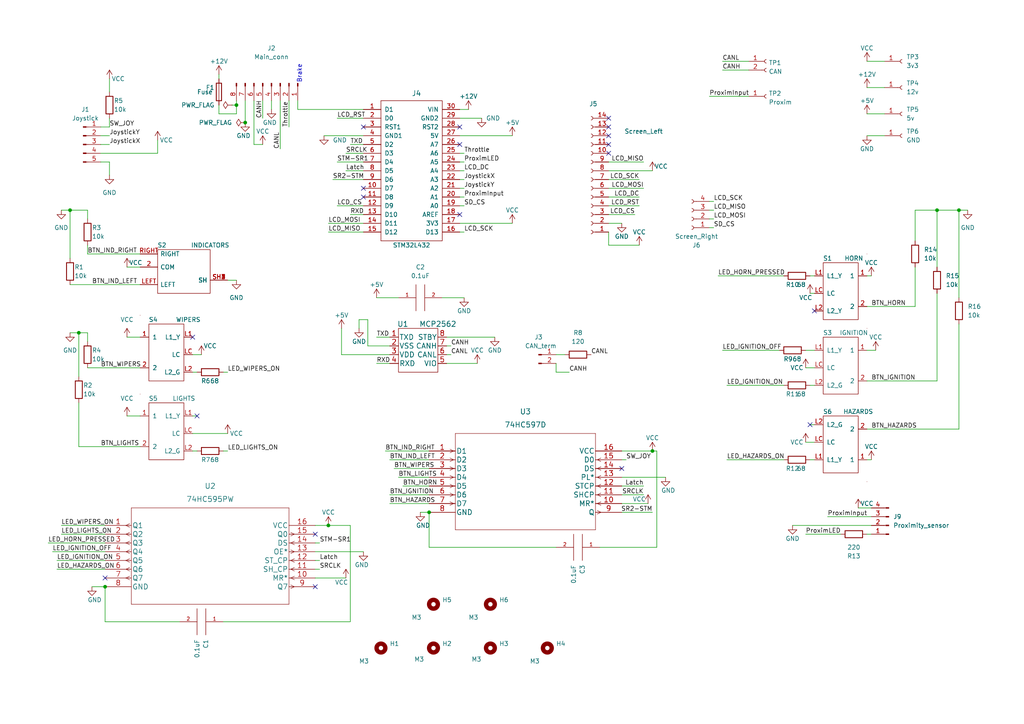
<source format=kicad_sch>
(kicad_sch (version 20211123) (generator eeschema)
  (paper "A4")
  (title_block (title "URBAN STEERING WHEEL") (rev "3") (company "UBC SUPERMILEAGE"))
  (lib_symbols
    (symbol "2020-11-28_19-28-36:MCP2562FD-H_P" (pin_names (offset 0.254))
      (property "Reference" "U" (at 30.48 10.16 0))
      (property "Value" "MCP2562FD-H_P" (at 30.48 7.62 0))
      (symbol "MCP2562FD-H_P_1_1"
        (pin input line (at 10.16 0 0) (length 2.54) (name "TXD") (number "1"))
        (pin power_in line (at 10.16 -2.54 0) (length 2.54) (name "VSS") (number "2"))
        (pin power_in line (at 10.16 -5.08 0) (length 2.54) (name "VDD") (number "3"))
        (pin output line (at 10.16 -7.62 0) (length 2.54) (name "RXD") (number "4"))
        (pin power_in line (at 26.67 -7.62 180) (length 2.54) (name "VIO") (number "5"))
        (pin bidirectional line (at 26.67 -5.08 180) (length 2.54) (name "CANL") (number "6"))
        (pin bidirectional line (at 26.67 -2.54 180) (length 2.54) (name "CANH") (number "7"))
        (pin input line (at 26.67 0 180) (length 2.54) (name "STBY") (number "8"))
      )
    )
    (symbol "2022-11-01_22-08-37:74HC595PW" (pin_names (offset 0.254))
      (property "Reference" "U2" (at 30.48 11.43 0))
      (property "Value" "74HC595PW" (at 30.48 7.62 0))
      (symbol "74HC595PW_1_1"
        (pin output line (at 0 0 0) (length 7.62) (name "Q1") (number "1"))
        (pin input line (at 60.96 -15.24 180) (length 7.62) (name "MR*") (number "10"))
        (pin input line (at 60.96 -12.7 180) (length 7.62) (name "SH_CP") (number "11"))
        (pin input line (at 60.96 -10.16 180) (length 7.62) (name "ST_CP") (number "12"))
        (pin passive line (at 60.96 -7.62 180) (length 7.62) (name "OE*") (number "13"))
        (pin input line (at 60.96 -5.08 180) (length 7.62) (name "DS") (number "14"))
        (pin output line (at 60.96 -2.54 180) (length 7.62) (name "Q0") (number "15"))
        (pin power_in line (at 60.96 0 180) (length 7.62) (name "VCC") (number "16"))
        (pin output line (at 0 -2.54 0) (length 7.62) (name "Q2") (number "2"))
        (pin output line (at 0 -5.08 0) (length 7.62) (name "Q3") (number "3"))
        (pin output line (at 0 -7.62 0) (length 7.62) (name "Q4") (number "4"))
        (pin output line (at 0 -10.16 0) (length 7.62) (name "Q5") (number "5"))
        (pin output line (at 0 -12.7 0) (length 7.62) (name "Q6") (number "6"))
        (pin output line (at 0 -15.24 0) (length 7.62) (name "Q7") (number "7"))
        (pin power_in line (at 0 -17.78 0) (length 7.62) (name "GND") (number "8"))
        (pin output line (at 60.96 -17.78 180) (length 7.62) (name "Q7") (number "9"))
      )
    )
    (symbol "2022-11-01_22-13-43:74HC597D" (pin_names (offset 0.254))
      (property "Reference" "U" (at 27.94 10.16 0))
      (property "Value" "74HC597D" (at 27.94 7.62 0))
      (symbol "74HC597D_1_1"
        (pin input line (at 0 0 0) (length 7.62) (name "D1") (number "1"))
        (pin input line (at 55.88 -15.24 180) (length 7.62) (name "MR*") (number "10"))
        (pin input line (at 55.88 -12.7 180) (length 7.62) (name "SHCP") (number "11"))
        (pin input line (at 55.88 -10.16 180) (length 7.62) (name "STCP") (number "12"))
        (pin input line (at 55.88 -7.62 180) (length 7.62) (name "PL*") (number "13"))
        (pin input line (at 55.88 -5.08 180) (length 7.62) (name "DS") (number "14"))
        (pin input line (at 55.88 -2.54 180) (length 7.62) (name "D0") (number "15"))
        (pin power_in line (at 55.88 0 180) (length 7.62) (name "VCC") (number "16"))
        (pin input line (at 0 -2.54 0) (length 7.62) (name "D2") (number "2"))
        (pin input line (at 0 -5.08 0) (length 7.62) (name "D3") (number "3"))
        (pin input line (at 0 -7.62 0) (length 7.62) (name "D4") (number "4"))
        (pin input line (at 0 -10.16 0) (length 7.62) (name "D5") (number "5"))
        (pin input line (at 0 -12.7 0) (length 7.62) (name "D6") (number "6"))
        (pin input line (at 0 -15.24 0) (length 7.62) (name "D7") (number "7"))
        (pin power_in line (at 0 -17.78 0) (length 7.62) (name "GND") (number "8"))
        (pin output line (at 55.88 -17.78 180) (length 7.62) (name "Q") (number "9"))
      )
    )
    (symbol "Connector:Conn_01x01_Female" (pin_names (offset 1.016) hide)
      (property "Reference" "J" (at 0 2.54 0))
      (property "Value" "Conn_01x01_Female" (at 0 -2.54 0))
      (symbol "Conn_01x01_Female_1_1"
        (pin passive line (at -5.08 0 0) (length 3.81) (name "Pin_1") (number "1"))
      )
    )
    (symbol "Connector:Conn_01x02_Female" (pin_names (offset 1.016) hide)
      (property "Reference" "J" (at 0 2.54 0))
      (property "Value" "Conn_01x02_Female" (at 0 -5.08 0))
      (symbol "Conn_01x02_Female_1_1"
        (pin passive line (at -5.08 0 0) (length 3.81) (name "Pin_1") (number "1"))
        (pin passive line (at -5.08 -2.54 0) (length 3.81) (name "Pin_2") (number "2"))
      )
    )
    (symbol "Connector:Conn_01x02_Male" (pin_names (offset 1.016) hide)
      (property "Reference" "J" (at 0 2.54 0))
      (property "Value" "Conn_01x02_Male" (at 0 -5.08 0))
      (symbol "Conn_01x02_Male_1_1"
        (pin passive line (at 5.08 0 180) (length 3.81) (name "Pin_1") (number "1"))
        (pin passive line (at 5.08 -2.54 180) (length 3.81) (name "Pin_2") (number "2"))
      )
    )
    (symbol "Connector:Conn_01x04_Female" (pin_names (offset 1.016) hide)
      (property "Reference" "J" (at 0 5.08 0))
      (property "Value" "Conn_01x04_Female" (at 0 -7.62 0))
      (symbol "Conn_01x04_Female_1_1"
        (pin passive line (at -5.08 2.54 0) (length 3.81) (name "Pin_1") (number "1"))
        (pin passive line (at -5.08 0 0) (length 3.81) (name "Pin_2") (number "2"))
        (pin passive line (at -5.08 -2.54 0) (length 3.81) (name "Pin_3") (number "3"))
        (pin passive line (at -5.08 -5.08 0) (length 3.81) (name "Pin_4") (number "4"))
      )
    )
    (symbol "Connector:Conn_01x04_Male" (pin_names (offset 1.016) hide)
      (property "Reference" "J" (at 0 5.08 0))
      (property "Value" "Conn_01x04_Male" (at 0 -7.62 0))
      (symbol "Conn_01x04_Male_1_1"
        (pin passive line (at 5.08 2.54 180) (length 3.81) (name "Pin_1") (number "1"))
        (pin passive line (at 5.08 0 180) (length 3.81) (name "Pin_2") (number "2"))
        (pin passive line (at 5.08 -2.54 180) (length 3.81) (name "Pin_3") (number "3"))
        (pin passive line (at 5.08 -5.08 180) (length 3.81) (name "Pin_4") (number "4"))
      )
    )
    (symbol "Connector:Conn_01x05_Male" (pin_names (offset 1.016) hide)
      (property "Reference" "J" (at 0 7.62 0))
      (property "Value" "Conn_01x05_Male" (at 0 -7.62 0))
      (symbol "Conn_01x05_Male_1_1"
        (pin passive line (at 5.08 5.08 180) (length 3.81) (name "Pin_1") (number "1"))
        (pin passive line (at 5.08 2.54 180) (length 3.81) (name "Pin_2") (number "2"))
        (pin passive line (at 5.08 0 180) (length 3.81) (name "Pin_3") (number "3"))
        (pin passive line (at 5.08 -2.54 180) (length 3.81) (name "Pin_4") (number "4"))
        (pin passive line (at 5.08 -5.08 180) (length 3.81) (name "Pin_5") (number "5"))
      )
    )
    (symbol "Connector:Conn_01x08_Male" (pin_names (offset 1.016) hide)
      (property "Reference" "J" (at 0 10.16 0))
      (property "Value" "Conn_01x08_Male" (at 0 -12.7 0))
      (symbol "Conn_01x08_Male_1_1"
        (pin passive line (at 5.08 7.62 180) (length 3.81) (name "Pin_1") (number "1"))
        (pin passive line (at 5.08 5.08 180) (length 3.81) (name "Pin_2") (number "2"))
        (pin passive line (at 5.08 2.54 180) (length 3.81) (name "Pin_3") (number "3"))
        (pin passive line (at 5.08 0 180) (length 3.81) (name "Pin_4") (number "4"))
        (pin passive line (at 5.08 -2.54 180) (length 3.81) (name "Pin_5") (number "5"))
        (pin passive line (at 5.08 -5.08 180) (length 3.81) (name "Pin_6") (number "6"))
        (pin passive line (at 5.08 -7.62 180) (length 3.81) (name "Pin_7") (number "7"))
        (pin passive line (at 5.08 -10.16 180) (length 3.81) (name "Pin_8") (number "8"))
      )
    )
    (symbol "Connector:Conn_01x14_Female" (pin_names (offset 1.016) hide)
      (property "Reference" "J" (at 0 17.78 0))
      (property "Value" "Conn_01x14_Female" (at 0 -20.32 0))
      (symbol "Conn_01x14_Female_1_1"
        (pin passive line (at -5.08 15.24 0) (length 3.81) (name "Pin_1") (number "1"))
        (pin passive line (at -5.08 -7.62 0) (length 3.81) (name "Pin_10") (number "10"))
        (pin passive line (at -5.08 -10.16 0) (length 3.81) (name "Pin_11") (number "11"))
        (pin passive line (at -5.08 -12.7 0) (length 3.81) (name "Pin_12") (number "12"))
        (pin passive line (at -5.08 -15.24 0) (length 3.81) (name "Pin_13") (number "13"))
        (pin passive line (at -5.08 -17.78 0) (length 3.81) (name "Pin_14") (number "14"))
        (pin passive line (at -5.08 12.7 0) (length 3.81) (name "Pin_2") (number "2"))
        (pin passive line (at -5.08 10.16 0) (length 3.81) (name "Pin_3") (number "3"))
        (pin passive line (at -5.08 7.62 0) (length 3.81) (name "Pin_4") (number "4"))
        (pin passive line (at -5.08 5.08 0) (length 3.81) (name "Pin_5") (number "5"))
        (pin passive line (at -5.08 2.54 0) (length 3.81) (name "Pin_6") (number "6"))
        (pin passive line (at -5.08 0 0) (length 3.81) (name "Pin_7") (number "7"))
        (pin passive line (at -5.08 -2.54 0) (length 3.81) (name "Pin_8") (number "8"))
        (pin passive line (at -5.08 -5.08 0) (length 3.81) (name "Pin_9") (number "9"))
      )
    )
    (symbol "Device:Fuse" (pin_numbers hide) (pin_names (offset 0))
      (property "Reference" "F" (at 2.032 0 90))
      (property "Value" "Fuse" (at -1.905 0 90))
      (symbol "Fuse_1_1"
        (pin passive line (at 0 3.81 270) (length 1.27) (name "~") (number "1"))
        (pin passive line (at 0 -3.81 90) (length 1.27) (name "~") (number "2"))
      )
    )
    (symbol "Device:R" (pin_numbers hide) (pin_names (offset 0))
      (property "Reference" "R" (at 2.032 0 90))
      (property "Value" "R" (at 0 0 90))
      (symbol "R_1_1"
        (pin passive line (at 0 3.81 270) (length 1.27) (name "~") (number "1"))
        (pin passive line (at 0 -3.81 90) (length 1.27) (name "~") (number "2"))
      )
    )
    (symbol "LP11EE1NCSYG:LP11EE1NCSYG" (pin_names (offset 1.016))
      (property "Reference" "S" (at 0 -8.89 0))
      (property "Value" "LP11EE1NCSYG" (at 0 10.16 0))
      (symbol "LP11EE1NCSYG_1_1"
        (pin input line (at -7.62 5.08 0) (length 2.54) (name "1") (number "1"))
        (pin input line (at -7.62 -3.81 0) (length 2.54) (name "2") (number "2"))
        (pin input line (at 7.62 5.08 180) (length 2.54) (name "L1_Y") (number "L1"))
        (pin input line (at 7.62 -5.08 180) (length 2.54) (name "L2_G") (number "L2"))
        (pin input line (at 7.62 0 180) (length 2.54) (name "LC") (number "LC"))
      )
    )
    (symbol "LP11EE1NCSYG:LP11OA1TCSYY" (pin_names (offset 1.016))
      (property "Reference" "S" (at 0 -8.89 0))
      (property "Value" "LP11OA1TCSYY" (at 0 10.16 0))
      (symbol "LP11OA1TCSYY_1_1"
        (pin input line (at -7.62 5.08 0) (length 2.54) (name "1") (number "1"))
        (pin input line (at -7.62 -3.81 0) (length 2.54) (name "2") (number "2"))
        (pin input line (at 7.62 5.08 180) (length 2.54) (name "L1_Y") (number "L1"))
        (pin input line (at 7.62 -5.08 180) (length 2.54) (name "L2_Y") (number "L2"))
        (pin input line (at 7.62 0 180) (length 2.54) (name "LC") (number "LC"))
      )
    )
    (symbol "M2013TXG13-DA:M2013TXG13-DA" (pin_names (offset 0.762))
      (property "Reference" "S" (at 5.08 10.16 0))
      (property "Value" "M2013TXG13-DA" (at 5.08 7.62 0))
      (symbol "M2013TXG13-DA_0_0"
        (pin passive line (at 0 -3.81 0) (length 5.08) (name "COM") (number "2"))
        (pin passive line (at 0 1.27 0) (length 5.08) (name "LEFT") (number "LEFT"))
        (pin passive line (at 0 -7.62 0) (length 5.08) (name "RIGHT") (number "RIGHT"))
        (pin passive line (at 25.4 0 180) (length 5.08) (name "SH") (number "SH1"))
        (pin passive line (at 25.4 0 180) (length 5.08) (name "SH") (number "SH2"))
        (pin passive line (at 25.4 0 180) (length 5.08) (name "SH") (number "SH3"))
        (pin passive line (at 25.4 0 180) (length 5.08) (name "SH") (number "SH4"))
      )
    )
    (symbol "Mechanical:MountingHole" (pin_names (offset 1.016))
      (property "Reference" "H" (at 0 5.08 0))
      (property "Value" "MountingHole" (at 0 3.175 0))
    )
    (symbol "power:+12V" (power) (pin_names (offset 0))
      (property "Value" "+12V" (at 0 3.556 0))
      (symbol "+12V_1_1"
        (pin power_in line (at 0 0 90) (length 0) hide (name "+12V") (number "1"))
      )
    )
    (symbol "power:+5V" (power) (pin_names (offset 0))
      (property "Value" "+5V" (at 0 3.556 0))
      (symbol "+5V_1_1"
        (pin power_in line (at 0 0 90) (length 0) hide (name "+5V") (number "1"))
      )
    )
    (symbol "power:GND" (power) (pin_names (offset 0))
      (property "Value" "GND" (at 0 -3.81 0))
      (symbol "GND_1_1"
        (pin power_in line (at 0 0 270) (length 0) hide (name "GND") (number "1"))
      )
    )
    (symbol "power:PWR_FLAG" (power) (pin_numbers hide) (pin_names (offset 0) hide)
      (property "Value" "PWR_FLAG" (at 0 3.81 0))
      (symbol "PWR_FLAG_0_0"
        (pin power_out line (at 0 0 90) (length 0) (name "pwr") (number "1"))
      )
    )
    (symbol "power:VCC" (power) (pin_names (offset 0))
      (property "Value" "VCC" (at 0 3.81 0))
      (symbol "VCC_1_1"
        (pin power_in line (at 0 0 90) (length 0) hide (name "VCC") (number "1"))
      )
    )
    (symbol "pspice:C" (pin_names (offset 0.254))
      (property "Reference" "C" (at 2.54 3.81 90))
      (property "Value" "C" (at 2.54 -3.81 90))
      (symbol "C_1_1"
        (pin passive line (at 0 6.35 270) (length 5.08) (name "~") (number "1"))
        (pin passive line (at 0 -6.35 90) (length 5.08) (name "~") (number "2"))
      )
    )
    (symbol "schematic-eagle-import:STM32L432" (pin_names (offset 1.016))
      (symbol "STM32L432_1_0"
        (pin bidirectional line (at -15.24 10.16 0) (length 5.08) (name "D1") (number "1"))
        (pin bidirectional line (at -15.24 -12.7 0) (length 5.08) (name "D7") (number "10"))
        (pin bidirectional line (at -15.24 -15.24 0) (length 5.08) (name "D8") (number "11"))
        (pin bidirectional line (at -15.24 -17.78 0) (length 5.08) (name "D9") (number "12"))
        (pin bidirectional line (at -15.24 -20.32 0) (length 5.08) (name "D10") (number "13"))
        (pin bidirectional line (at -15.24 -22.86 0) (length 5.08) (name "D11") (number "14"))
        (pin bidirectional line (at -15.24 -25.4 0) (length 5.08) (name "D12") (number "15"))
        (pin bidirectional line (at 12.7 -25.4 180) (length 5.08) (name "D13") (number "16"))
        (pin power_out line (at 12.7 -22.86 180) (length 5.08) (name "3V3") (number "17"))
        (pin bidirectional line (at 12.7 -20.32 180) (length 5.08) (name "AREF") (number "18"))
        (pin bidirectional line (at 12.7 -17.78 180) (length 5.08) (name "A0") (number "19"))
        (pin bidirectional line (at -15.24 7.62 0) (length 5.08) (name "D0") (number "2"))
        (pin bidirectional line (at 12.7 -15.24 180) (length 5.08) (name "A1") (number "20"))
        (pin bidirectional line (at 12.7 -12.7 180) (length 5.08) (name "A2") (number "21"))
        (pin bidirectional line (at 12.7 -10.16 180) (length 5.08) (name "A3") (number "22"))
        (pin bidirectional line (at 12.7 -7.62 180) (length 5.08) (name "A4") (number "23"))
        (pin bidirectional line (at 12.7 -5.08 180) (length 5.08) (name "A5") (number "24"))
        (pin bidirectional line (at 12.7 -2.54 180) (length 5.08) (name "A6") (number "25"))
        (pin bidirectional line (at 12.7 0 180) (length 5.08) (name "A7") (number "26"))
        (pin power_out line (at 12.7 2.54 180) (length 5.08) (name "5V") (number "27"))
        (pin bidirectional line (at 12.7 5.08 180) (length 5.08) (name "RST2") (number "28"))
        (pin power_in line (at 12.7 7.62 180) (length 5.08) (name "GND2") (number "29"))
        (pin bidirectional line (at -15.24 5.08 0) (length 5.08) (name "RST1") (number "3"))
        (pin power_in line (at 12.7 10.16 180) (length 5.08) (name "VIN") (number "30"))
        (pin power_in line (at -15.24 2.54 0) (length 5.08) (name "GND1") (number "4"))
        (pin bidirectional line (at -15.24 0 0) (length 5.08) (name "D2") (number "5"))
        (pin bidirectional line (at -15.24 -2.54 0) (length 5.08) (name "D3") (number "6"))
        (pin bidirectional line (at -15.24 -5.08 0) (length 5.08) (name "D4") (number "7"))
        (pin bidirectional line (at -15.24 -7.62 0) (length 5.08) (name "D5") (number "8"))
        (pin bidirectional line (at -15.24 -10.16 0) (length 5.08) (name "D6") (number "9"))
      )
    )
  )
  (junction (at 68.58 30.48))
  (junction (at 95.25 152.4))
  (junction (at 271.78 60.96))
  (junction (at 20.32 60.96))
  (junction (at 30.48 170.18))
  (junction (at 71.12 35.56))
  (junction (at 189.23 130.81))
  (junction (at 278.13 60.96))
  (junction (at 22.86 96.52))
  (junction (at 124.46 148.59))
  (no_connect (at 55.88 97.79))
  (no_connect (at 91.44 170.18))
  (no_connect (at 57.15 120.65))
  (no_connect (at 105.41 57.15))
  (no_connect (at 234.95 123.19))
  (no_connect (at 236.22 90.17))
  (no_connect (at 133.35 36.83))
  (no_connect (at 133.35 41.91))
  (no_connect (at 105.41 36.83))
  (no_connect (at 180.34 135.89))
  (no_connect (at 105.41 54.61))
  (no_connect (at 176.53 39.37))
  (no_connect (at 176.53 41.91))
  (no_connect (at 176.53 34.29))
  (no_connect (at 176.53 36.83))
  (no_connect (at 176.53 44.45))
  (no_connect (at 30.48 167.64))
  (no_connect (at 91.44 154.94))
  (no_connect (at 133.35 62.23))
  (wire (pts (xy 189.23 49.53) (xy 176.53 49.53)))
  (wire (pts (xy 278.13 60.96) (xy 278.13 86.36)))
  (wire (pts (xy 128.27 86.36) (xy 134.62 86.36)))
  (wire (pts (xy 101.6 41.91) (xy 105.41 41.91)))
  (wire (pts (xy 251.46 88.9) (xy 265.43 88.9)))
  (wire (pts (xy 25.4 60.96) (xy 25.4 63.5)))
  (wire (pts (xy 86.36 31.75) (xy 105.41 31.75)))
  (wire (pts (xy 86.36 31.75) (xy 86.36 29.21)))
  (wire (pts (xy 234.95 123.19) (xy 236.22 123.19)))
  (wire (pts (xy 25.4 71.12) (xy 25.4 73.66)))
  (wire (pts (xy 71.12 35.56) (xy 71.12 29.21)))
  (wire (pts (xy 265.43 60.96) (xy 271.78 60.96)))
  (wire (pts (xy 209.55 20.32) (xy 217.17 20.32)))
  (wire (pts (xy 176.53 64.77) (xy 180.34 64.77)))
  (wire (pts (xy 91.44 152.4) (xy 95.25 152.4)))
  (wire (pts (xy 265.43 60.96) (xy 265.43 69.85)))
  (wire (pts (xy 234.95 133.35) (xy 236.22 133.35)))
  (wire (pts (xy 124.46 158.75) (xy 124.46 148.59)))
  (wire (pts (xy 121.92 148.59) (xy 124.46 148.59)))
  (wire (pts (xy 93.98 39.37) (xy 105.41 39.37)))
  (wire (pts (xy 31.75 22.86) (xy 31.75 26.67)))
  (wire (pts (xy 55.88 125.73) (xy 66.04 125.73)))
  (wire (pts (xy 55.88 120.65) (xy 57.15 120.65)))
  (wire (pts (xy 73.66 41.91) (xy 76.2 41.91)))
  (wire (pts (xy 229.87 152.4) (xy 252.73 152.4)))
  (wire (pts (xy 17.78 60.96) (xy 20.32 60.96)))
  (wire (pts (xy 251.46 101.6) (xy 254 101.6)))
  (wire (pts (xy 81.28 43.18) (xy 81.28 29.21)))
  (wire (pts (xy 113.03 102.87) (xy 99.06 102.87)))
  (wire (pts (xy 31.75 34.29) (xy 31.75 36.83)))
  (wire (pts (xy 95.25 64.77) (xy 105.41 64.77)))
  (wire (pts (xy 116.84 140.97) (xy 124.46 140.97)))
  (wire (pts (xy 129.54 100.33) (xy 130.81 100.33)))
  (wire (pts (xy 29.21 36.83) (xy 31.75 36.83)))
  (wire (pts (xy 97.79 59.69) (xy 105.41 59.69)))
  (wire (pts (xy 113.03 100.33) (xy 106.68 100.33)))
  (wire (pts (xy 115.57 138.43) (xy 124.46 138.43)))
  (wire (pts (xy 63.5 30.48) (xy 63.5 33.02)))
  (wire (pts (xy 252.73 80.01) (xy 251.46 80.01)))
  (wire (pts (xy 30.48 180.34) (xy 30.48 170.18)))
  (wire (pts (xy 234.95 111.76) (xy 236.22 111.76)))
  (wire (pts (xy 265.43 77.47) (xy 265.43 88.9)))
  (wire (pts (xy 100.33 49.53) (xy 105.41 49.53)))
  (wire (pts (xy 113.03 146.05) (xy 124.46 146.05)))
  (wire (pts (xy 78.74 29.21) (xy 78.74 31.75)))
  (wire (pts (xy 20.32 96.52) (xy 22.86 96.52)))
  (wire (pts (xy 278.13 93.98) (xy 278.13 124.46)))
  (wire (pts (xy 29.21 44.45) (xy 45.72 44.45)))
  (wire (pts (xy 45.72 44.45) (xy 45.72 40.64)))
  (wire (pts (xy 83.82 29.21) (xy 83.82 36.83)))
  (wire (pts (xy 101.6 152.4) (xy 101.6 180.34)))
  (wire (pts (xy 22.86 96.52) (xy 22.86 109.22)))
  (wire (pts (xy 129.54 97.79) (xy 143.51 97.79)))
  (wire (pts (xy 184.15 62.23) (xy 176.53 62.23)))
  (wire (pts (xy 133.35 49.53) (xy 134.62 49.53)))
  (wire (pts (xy 64.77 130.81) (xy 66.04 130.81)))
  (wire (pts (xy 180.34 146.05) (xy 187.96 146.05)))
  (wire (pts (xy 251.46 133.35) (xy 252.73 133.35)))
  (wire (pts (xy 113.03 133.35) (xy 124.46 133.35)))
  (wire (pts (xy 20.32 82.55) (xy 40.64 82.55)))
  (wire (pts (xy 133.35 44.45) (xy 134.62 44.45)))
  (wire (pts (xy 186.69 46.99) (xy 176.53 46.99)))
  (wire (pts (xy 189.23 148.59) (xy 180.34 148.59)))
  (wire (pts (xy 25.4 106.68) (xy 40.64 106.68)))
  (wire (pts (xy 133.35 39.37) (xy 148.59 39.37)))
  (wire (pts (xy 100.33 44.45) (xy 105.41 44.45)))
  (wire (pts (xy 133.35 67.31) (xy 134.62 67.31)))
  (wire (pts (xy 96.52 52.07) (xy 105.41 52.07)))
  (wire (pts (xy 133.35 46.99) (xy 134.62 46.99)))
  (wire (pts (xy 66.04 81.28) (xy 68.58 81.28)))
  (wire (pts (xy 248.92 147.32) (xy 252.73 147.32)))
  (wire (pts (xy 97.79 46.99) (xy 105.41 46.99)))
  (wire (pts (xy 180.34 130.81) (xy 189.23 130.81)))
  (wire (pts (xy 185.42 52.07) (xy 176.53 52.07)))
  (wire (pts (xy 233.68 154.94) (xy 243.84 154.94)))
  (wire (pts (xy 91.44 162.56) (xy 92.71 162.56)))
  (wire (pts (xy 129.54 105.41) (xy 138.43 105.41)))
  (wire (pts (xy 99.06 95.25) (xy 99.06 102.87)))
  (wire (pts (xy 76.2 29.21) (xy 76.2 34.29)))
  (wire (pts (xy 236.22 128.27) (xy 233.68 128.27)))
  (wire (pts (xy 68.58 29.21) (xy 68.58 30.48)))
  (wire (pts (xy 55.88 102.87) (xy 58.42 102.87)))
  (wire (pts (xy 109.22 86.36) (xy 115.57 86.36)))
  (wire (pts (xy 20.32 60.96) (xy 20.32 74.93)))
  (wire (pts (xy 25.4 73.66) (xy 40.64 73.66)))
  (wire (pts (xy 25.4 96.52) (xy 25.4 99.06)))
  (wire (pts (xy 17.78 152.4) (xy 30.48 152.4)))
  (wire (pts (xy 36.83 120.65) (xy 40.64 120.65)))
  (wire (pts (xy 161.29 105.41) (xy 161.29 107.95)))
  (wire (pts (xy 133.35 34.29) (xy 139.7 34.29)))
  (wire (pts (xy 205.74 63.5) (xy 207.01 63.5)))
  (wire (pts (xy 22.86 129.54) (xy 22.86 116.84)))
  (wire (pts (xy 22.86 129.54) (xy 40.64 129.54)))
  (wire (pts (xy 29.21 39.37) (xy 31.75 39.37)))
  (wire (pts (xy 109.22 105.41) (xy 113.03 105.41)))
  (wire (pts (xy 176.53 67.31) (xy 176.53 71.12)))
  (wire (pts (xy 15.24 160.02) (xy 30.48 160.02)))
  (wire (pts (xy 97.79 34.29) (xy 105.41 34.29)))
  (wire (pts (xy 210.82 133.35) (xy 227.33 133.35)))
  (wire (pts (xy 13.97 157.48) (xy 30.48 157.48)))
  (wire (pts (xy 161.29 158.75) (xy 124.46 158.75)))
  (wire (pts (xy 133.35 54.61) (xy 134.62 54.61)))
  (wire (pts (xy 205.74 27.94) (xy 217.17 27.94)))
  (wire (pts (xy 256.54 25.4) (xy 251.46 25.4)))
  (wire (pts (xy 240.03 149.86) (xy 252.73 149.86)))
  (wire (pts (xy 133.35 59.69) (xy 134.62 59.69)))
  (wire (pts (xy 186.69 143.51) (xy 180.34 143.51)))
  (wire (pts (xy 234.95 85.09) (xy 236.22 85.09)))
  (wire (pts (xy 186.69 140.97) (xy 180.34 140.97)))
  (wire (pts (xy 55.88 130.81) (xy 57.15 130.81)))
  (wire (pts (xy 64.77 180.34) (xy 101.6 180.34)))
  (wire (pts (xy 233.68 101.6) (xy 236.22 101.6)))
  (wire (pts (xy 133.35 31.75) (xy 135.89 31.75)))
  (wire (pts (xy 73.66 29.21) (xy 73.66 41.91)))
  (wire (pts (xy 36.83 77.47) (xy 40.64 77.47)))
  (wire (pts (xy 251.46 33.02) (xy 256.54 33.02)))
  (wire (pts (xy 271.78 60.96) (xy 278.13 60.96)))
  (wire (pts (xy 101.6 62.23) (xy 105.41 62.23)))
  (wire (pts (xy 185.42 59.69) (xy 176.53 59.69)))
  (wire (pts (xy 29.21 41.91) (xy 31.75 41.91)))
  (wire (pts (xy 234.95 80.01) (xy 236.22 80.01)))
  (wire (pts (xy 91.44 167.64) (xy 100.33 167.64)))
  (wire (pts (xy 271.78 60.96) (xy 271.78 77.47)))
  (wire (pts (xy 180.34 133.35) (xy 181.61 133.35)))
  (wire (pts (xy 68.58 30.48) (xy 68.58 33.02)))
  (wire (pts (xy 106.68 100.33) (xy 106.68 92.71)))
  (wire (pts (xy 251.46 154.94) (xy 252.73 154.94)))
  (wire (pts (xy 209.55 17.78) (xy 217.17 17.78)))
  (wire (pts (xy 205.74 58.42) (xy 207.01 58.42)))
  (wire (pts (xy 176.53 71.12) (xy 185.42 71.12)))
  (wire (pts (xy 26.67 170.18) (xy 30.48 170.18)))
  (wire (pts (xy 22.86 96.52) (xy 25.4 96.52)))
  (wire (pts (xy 251.46 39.37) (xy 256.54 39.37)))
  (wire (pts (xy 180.34 138.43) (xy 193.04 138.43)))
  (wire (pts (xy 129.54 102.87) (xy 130.81 102.87)))
  (wire (pts (xy 190.5 130.81) (xy 190.5 158.75)))
  (wire (pts (xy 95.25 152.4) (xy 101.6 152.4)))
  (wire (pts (xy 113.03 143.51) (xy 124.46 143.51)))
  (wire (pts (xy 36.83 97.79) (xy 40.64 97.79)))
  (wire (pts (xy 161.29 102.87) (xy 163.83 102.87)))
  (wire (pts (xy 236.22 106.68) (xy 233.68 106.68)))
  (wire (pts (xy 190.5 130.81) (xy 189.23 130.81)))
  (wire (pts (xy 64.77 107.95) (xy 66.04 107.95)))
  (wire (pts (xy 205.74 66.04) (xy 207.01 66.04)))
  (wire (pts (xy 30.48 165.1) (xy 16.51 165.1)))
  (wire (pts (xy 63.5 21.59) (xy 63.5 22.86)))
  (wire (pts (xy 133.35 57.15) (xy 134.62 57.15)))
  (wire (pts (xy 52.07 180.34) (xy 30.48 180.34)))
  (wire (pts (xy 205.74 60.96) (xy 207.01 60.96)))
  (wire (pts (xy 91.44 160.02) (xy 105.41 160.02)))
  (wire (pts (xy 208.28 80.01) (xy 227.33 80.01)))
  (wire (pts (xy 251.46 110.49) (xy 271.78 110.49)))
  (wire (pts (xy 173.99 158.75) (xy 190.5 158.75)))
  (wire (pts (xy 210.82 111.76) (xy 227.33 111.76)))
  (wire (pts (xy 31.75 50.8) (xy 31.75 46.99)))
  (wire (pts (xy 251.46 124.46) (xy 278.13 124.46)))
  (wire (pts (xy 106.68 92.71) (xy 104.14 92.71)))
  (wire (pts (xy 67.31 30.48) (xy 68.58 30.48)))
  (wire (pts (xy 176.53 57.15) (xy 185.42 57.15)))
  (wire (pts (xy 20.32 60.96) (xy 25.4 60.96)))
  (wire (pts (xy 133.35 52.07) (xy 134.62 52.07)))
  (wire (pts (xy 161.29 107.95) (xy 165.1 107.95)))
  (wire (pts (xy 133.35 64.77) (xy 148.59 64.77)))
  (wire (pts (xy 271.78 85.09) (xy 271.78 110.49)))
  (wire (pts (xy 91.44 157.48) (xy 92.71 157.48)))
  (wire (pts (xy 111.76 130.81) (xy 124.46 130.81)))
  (wire (pts (xy 29.21 46.99) (xy 31.75 46.99)))
  (wire (pts (xy 95.25 67.31) (xy 105.41 67.31)))
  (wire (pts (xy 68.58 33.02) (xy 63.5 33.02)))
  (wire (pts (xy 209.55 101.6) (xy 226.06 101.6)))
  (wire (pts (xy 104.14 92.71) (xy 104.14 95.25)))
  (wire (pts (xy 186.69 54.61) (xy 176.53 54.61)))
  (wire (pts (xy 256.54 17.78) (xy 251.46 17.78)))
  (wire (pts (xy 55.88 107.95) (xy 57.15 107.95)))
  (wire (pts (xy 91.44 165.1) (xy 92.71 165.1)))
  (wire (pts (xy 109.22 97.79) (xy 113.03 97.79)))
  (wire (pts (xy 278.13 60.96) (xy 280.67 60.96)))
  (wire (pts (xy 114.3 135.89) (xy 124.46 135.89)))
  (wire (pts (xy 30.48 162.56) (xy 16.51 162.56)))
  (wire (pts (xy 30.48 154.94) (xy 17.78 154.94)))
  (text "Brake" (at 87.63 24.13 90) (effects (font (size 1.27 1.27)) (justify left bottom)))
  (label "JoystickY" (at 134.62 54.61 0))
  (label "LCD_CS" (at 184.15 62.23 180))
  (label "Latch" (at 186.69 140.97 180))
  (label "LCD_CS" (at 97.79 59.69 0))
  (label "LCD_DC" (at 185.42 57.15 180))
  (label "JoystickX" (at 31.75 41.91 0))
  (label "CANH" (at 209.55 20.32 0))
  (label "LCD_MISO" (at 207.01 60.96 0))
  (label "LCD_MISO" (at 95.25 67.31 0))
  (label "SR2-STM" (at 189.23 148.59 180))
  (label "SD_CS" (at 207.01 66.04 0))
  (label "LED_LIGHTS_ON" (at 66.04 130.81 0))
  (label "ProximInput" (at 134.62 57.15 0))
  (label "JoystickX" (at 134.62 52.07 0))
  (label "LED_WIPERS_ON" (at 66.04 107.95 0))
  (label "ProximLED" (at 233.68 154.94 0))
  (label "LCD_SCK" (at 134.62 67.31 0))
  (label "SR2-STM" (at 96.52 52.07 0))
  (label "ProximInput" (at 240.03 149.86 0))
  (label "LCD_SCK" (at 185.42 52.07 180))
  (label "LCD_RST" (at 185.42 59.69 180))
  (label "JoystickY" (at 31.75 39.37 0))
  (label "BTN_IGNITION" (at 252.73 110.49 0))
  (label "LED_HAZARDS_ON" (at 16.51 165.1 0))
  (label "LED_IGNITION_ON" (at 210.82 111.76 0))
  (label "LCD_MOSI" (at 186.69 54.61 180))
  (label "LCD_MOSI" (at 95.25 64.77 0))
  (label "Throttle" (at 83.82 36.83 90))
  (label "BTN_WIPERS" (at 114.3 135.89 0))
  (label "LCD_RST" (at 97.79 34.29 0))
  (label "BTN_HORN" (at 252.73 88.9 0))
  (label "ProximLED" (at 134.62 46.99 0))
  (label "Latch" (at 92.71 162.56 0))
  (label "SW_JOY" (at 31.75 36.83 0))
  (label "SW_JOY" (at 181.61 133.35 0))
  (label "BTN_LIGHTS" (at 29.21 129.54 0))
  (label "Throttle" (at 134.62 44.45 0))
  (label "BTN_HORN" (at 116.84 140.97 0))
  (label "TXD" (at 109.22 97.79 0))
  (label "RXD" (at 101.6 62.23 0))
  (label "BTN_IND_RIGHT" (at 111.76 130.81 0))
  (label "BTN_IND_LEFT" (at 113.03 133.35 0))
  (label "CANL" (at 81.28 43.18 90))
  (label "BTN_IND_LEFT" (at 26.67 82.55 0))
  (label "SRCLK" (at 100.33 44.45 0))
  (label "CANL" (at 209.55 17.78 0))
  (label "SD_CS" (at 134.62 59.69 0))
  (label "SRCLK" (at 186.69 143.51 180))
  (label "LED_IGNITION_ON" (at 16.51 162.56 0))
  (label "BTN_HAZARDS" (at 252.73 124.46 0))
  (label "STM-SR1" (at 92.71 157.48 0))
  (label "CANL" (at 130.81 102.87 0))
  (label "LCD_MOSI" (at 207.01 63.5 0))
  (label "BTN_IND_RIGHT" (at 25.4 73.66 0))
  (label "ProximInput" (at 205.74 27.94 0))
  (label "TXD" (at 101.6 41.91 0))
  (label "CANH" (at 130.81 100.33 0))
  (label "LCD_DC" (at 134.62 49.53 0))
  (label "LED_IGNITION_OFF" (at 209.55 101.6 0))
  (label "LED_WIPERS_ON" (at 17.78 152.4 0))
  (label "RXD" (at 109.22 105.41 0))
  (label "LED_IGNITION_OFF" (at 15.24 160.02 0))
  (label "CANL" (at 171.45 102.87 0))
  (label "BTN_HAZARDS" (at 113.03 146.05 0))
  (label "BTN_LIGHTS" (at 115.57 138.43 0))
  (label "BTN_WIPERS" (at 29.21 106.68 0))
  (label "LCD_SCK" (at 207.01 58.42 0))
  (label "CANH" (at 165.1 107.95 0))
  (label "LED_LIGHTS_ON" (at 17.78 154.94 0))
  (label "SRCLK" (at 92.71 165.1 0))
  (label "LED_HAZARDS_ON" (at 210.82 133.35 0))
  (label "LED_HORN_PRESSED" (at 13.97 157.48 0))
  (label "BTN_IGNITION" (at 113.03 143.51 0))
  (label "STM-SR1" (at 97.79 46.99 0))
  (label "Latch" (at 100.33 49.53 0))
  (label "LED_HORN_PRESSED" (at 208.28 80.01 0))
  (label "LCD_MISO" (at 186.69 46.99 180))
  (label "CANH" (at 76.2 34.29 90))
  (symbol (lib_id "LP11EE1NCSYG:LP11EE1NCSYG") (at 243.84 106.68 0) (mirror y) (unit 1)
    (property "Reference" "S3" (at 240.03 96.52 0))
    (property "Value" "IGNITION" (at 247.65 96.52 0))
    (property "Footprint" "LP11EE1NCSYG:LP11EE1NCSYG" (effects hide))
    (property "Datasheet" "https://sten-eswitch-13110800-production.s3.amazonaws.com/system/asset/product_line/data_sheet/38/LP11.pdf" (effects hide))
  )
  (symbol (lib_id "LP11EE1NCSYG:LP11EE1NCSYG") (at 48.26 102.87 0) (unit 1)
    (property "Reference" "S4" (at 44.45 92.71 0))
    (property "Value" "WIPERS" (at 54.61 92.71 0))
    (property "Footprint" "LP11EE1NCSYG:LP11EE1NCSYG" (effects hide))
    (property "Datasheet" "https://sten-eswitch-13110800-production.s3.amazonaws.com/system/asset/product_line/data_sheet/38/LP11.pdf" (effects hide))
  )
  (symbol (lib_id "LP11EE1NCSYG:LP11EE1NCSYG") (at 48.26 125.73 0) (unit 1)
    (property "Reference" "S5" (at 44.45 115.57 0))
    (property "Value" "LIGHTS" (at 53.34 115.57 0))
    (property "Footprint" "LP11EE1NCSYG:LP11EE1NCSYG" (effects hide))
    (property "Datasheet" "https://sten-eswitch-13110800-production.s3.amazonaws.com/system/asset/product_line/data_sheet/38/LP11.pdf" (effects hide))
  )
  (symbol (lib_id "LP11EE1NCSYG:LP11EE1NCSYG") (at 243.84 128.27 180) (unit 1)
    (property "Reference" "S6" (at 240.03 119.38 0))
    (property "Value" "HAZARDS" (at 248.92 119.38 0))
    (property "Footprint" "LP11EE1NCSYG:LP11EE1NCSYG" (effects hide))
    (property "Datasheet" "https://sten-eswitch-13110800-production.s3.amazonaws.com/system/asset/product_line/data_sheet/38/LP11.pdf" (effects hide))
  )
  (symbol (lib_id "LP11EE1NCSYG:LP11OA1TCSYY") (at 243.84 85.09 0) (mirror y) (unit 1)
    (property "Reference" "S1" (at 240.03 74.93 0))
    (property "Value" "HORN" (at 247.65 74.93 0))
    (property "Footprint" "LP11EE1NCSYG:LP11OA1TCSYY" (effects hide))
    (property "Datasheet" "https://sten-eswitch-13110800-production.s3.amazonaws.com/system/asset/product_line/data_sheet/38/LP11.pdf" (effects hide))
  )
  (symbol (lib_id "M2013TXG13-DA:M2013TXG13-DA") (at 40.64 81.28 0) (mirror x) (unit 1)
    (property "Reference" "S2" (at 46.99 71.12 0))
    (property "Value" "INDICATORS" (at 60.96 71.12 0))
    (property "Footprint" "M2013TXG13DA:M2013TXG13DA" (effects hide))
    (property "Datasheet" "https://media.digikey.com/pdf/Data%20Sheets/NKK%20PDFs/M_Mini_Rockers.pdf" (effects hide))
  )
  (symbol (lib_id "2020-11-28_19-28-36:MCP2562FD-H_P") (at 102.87 97.79 0) (unit 1)
    (property "Reference" "U1" (at 116.84 93.98 0) (effects (font (size 1.524 1.524))))
    (property "Value" "MCP2562" (at 127 93.98 0) (effects (font (size 1.524 1.524))))
    (property "Footprint" "footprints:MCP2562FD-H&slash_P" (effects hide))
  )
  (symbol (lib_id "schematic-eagle-import:STM32L432") (at 120.65 41.91 0) (unit 1)
    (property "Reference" "J4" (at 119.38 27.94 0) (effects (font (size 1.4986 1.4986)) (justify left bottom)))
    (property "Value" "STM32L432" (at 119.38 71.12 0))
    (property "Footprint" "schematic:STM32L432" (effects hide))
  )
  (symbol (lib_id "power:GND") (at 93.98 39.37 0) (unit 1)
    (property "Reference" "#PWR016" (effects hide))
    (property "Value" "GND" (at 96.52 40.6399 0) (effects (justify left)))
  )
  (symbol (lib_id "power:+5V") (at 99.06 95.25 0) (unit 1)
    (property "Reference" "#PWR018" (effects hide))
    (property "Value" "+5V" (at 99.06 91.44 0))
  )
  (symbol (lib_id "2022-11-01_22-08-37:74HC595PW") (at 30.48 152.4 0) (unit 1)
    (property "Reference" "U2" (at 60.96 140.97 0) (effects (font (size 1.524 1.524))))
    (property "Value" "74HC595PW" (at 60.96 144.78 0) (effects (font (size 1.524 1.524))))
    (property "Footprint" "Package_SO:TSSOP-16-1EP_4.4x5mm_P0.65mm" (effects hide))
  )
  (symbol (lib_id "Connector:Conn_01x04_Male") (at 257.81 152.4 180) (unit 1)
    (property "Reference" "J9" (at 259.08 149.8599 0) (effects (justify right)))
    (property "Value" "Proximity_sensor" (at 259.08 152.3999 0) (effects (justify right)))
    (property "Footprint" "Connector_Molex:705510003" (effects hide))
  )
  (symbol (lib_id "power:VCC") (at 189.23 49.53 0) (unit 1)
    (property "Reference" "#PWR034" (effects hide))
    (property "Value" "VCC" (at 191.77 48.26 0))
  )
  (symbol (lib_id "power:VCC") (at 148.59 64.77 0) (unit 1)
    (property "Reference" "#PWR030" (effects hide))
    (property "Value" "VCC" (at 148.59 60.96 0))
  )
  (symbol (lib_id "Mechanical:MountingHole") (at 110.49 187.96 0) (unit 1)
    (property "Reference" "H1" (at 113.03 186.6899 0) (effects (justify left)))
    (property "Value" "M3" (at 104.14 191.77 0) (effects (justify left)))
    (property "Footprint" "MountingHole:MountingHole_3.2mm_M3" (effects hide))
  )
  (symbol (lib_id "power:VCC") (at 189.23 130.81 0) (unit 1)
    (property "Reference" "#PWR035" (effects hide))
    (property "Value" "VCC" (at 189.23 127 0))
  )
  (symbol (lib_id "Device:R") (at 231.14 111.76 90) (unit 1)
    (property "Reference" "R11" (at 229.87 114.3 90))
    (property "Value" "68" (at 232.41 114.3 90))
    (property "Footprint" "Resistor_SMD:R_0805_2012Metric" (effects hide))
  )
  (symbol (lib_id "power:GND") (at 31.75 50.8 0) (unit 1)
    (property "Reference" "#PWR04" (effects hide))
    (property "Value" "GND" (at 31.75 55.88 0))
  )
  (symbol (lib_id "power:+12V") (at 63.5 21.59 0) (unit 1)
    (property "Reference" "#PWR011" (effects hide))
    (property "Value" "+12V" (at 63.5 17.78 0))
  )
  (symbol (lib_id "Connector:Conn_01x02_Female") (at 222.25 17.78 0) (unit 1)
    (property "Reference" "TP1" (at 222.9612 18.2153 0) (effects (justify left)))
    (property "Value" "CAN" (at 222.9612 20.7522 0) (effects (justify left)))
    (property "Footprint" "Connector_PinHeader_2.54mm:PinHeader_1x02_P2.54mm_Vertical" (effects hide))
  )
  (symbol (lib_id "2022-11-01_22-13-43:74HC597D") (at 124.46 130.81 0) (unit 1)
    (property "Reference" "U3" (at 152.4 119.38 0) (effects (font (size 1.524 1.524))))
    (property "Value" "74HC597D" (at 152.4 123.19 0) (effects (font (size 1.524 1.524))))
    (property "Footprint" "Package_SO:TSSOP-16-1EP_4.4x5mm_P0.65mm" (effects hide))
  )
  (symbol (lib_id "Device:Fuse") (at 63.5 26.67 180) (unit 1)
    (property "Reference" "F1" (at 59.69 25.4 0) (effects (justify right)))
    (property "Value" "Fuse" (at 57.15 26.67 0) (effects (justify right)))
    (property "Footprint" "Fuse:Fuse_1206_3216Metric" (effects hide))
  )
  (symbol (lib_id "Device:R") (at 231.14 80.01 90) (unit 1)
    (property "Reference" "R10" (at 229.87 82.55 90))
    (property "Value" "68" (at 232.41 82.55 90))
    (property "Footprint" "Resistor_SMD:R_0805_2012Metric" (effects hide))
  )
  (symbol (lib_id "power:+5V") (at 251.46 33.02 0) (unit 1)
    (property "Reference" "#PWR044" (effects hide))
    (property "Value" "+5V" (at 251.46 29.21 0))
  )
  (symbol (lib_id "power:VCC") (at 58.42 102.87 0) (unit 1)
    (property "Reference" "#PWR010" (effects hide))
    (property "Value" "VCC" (at 60.96 100.33 0))
  )
  (symbol (lib_id "power:VCC") (at 45.72 40.64 0) (unit 1)
    (property "Reference" "#PWR08" (effects hide))
    (property "Value" "VCC" (at 48.26 40.64 0))
  )
  (symbol (lib_id "power:GND") (at 20.32 96.52 0) (unit 1)
    (property "Reference" "#PWR02" (effects hide))
    (property "Value" "GND" (at 20.32 101.6 0))
  )
  (symbol (lib_id "Device:R") (at 229.87 101.6 90) (unit 1)
    (property "Reference" "R9" (at 228.6 104.14 90))
    (property "Value" "68" (at 231.14 104.14 90))
    (property "Footprint" "Resistor_SMD:R_0805_2012Metric" (effects hide))
  )
  (symbol (lib_id "Mechanical:MountingHole") (at 125.73 175.26 0) (unit 1)
    (property "Reference" "H5" (at 128.27 173.9899 0) (effects (justify left)))
    (property "Value" "M3" (at 119.38 179.07 0) (effects (justify left)))
    (property "Footprint" "MountingHole:MountingHole_3.2mm_M3" (effects hide))
  )
  (symbol (lib_id "power:VCC") (at 95.25 152.4 0) (unit 1)
    (property "Reference" "#PWR017" (effects hide))
    (property "Value" "VCC" (at 95.25 148.59 0))
  )
  (symbol (lib_id "Mechanical:MountingHole") (at 142.24 187.96 0) (unit 1)
    (property "Reference" "H3" (at 144.78 186.6899 0) (effects (justify left)))
    (property "Value" "M3" (at 136.7544 191.2215 0) (effects (justify left)))
    (property "Footprint" "MountingHole:MountingHole_3.2mm_M3" (effects hide))
  )
  (symbol (lib_id "power:GND") (at 280.67 60.96 0) (unit 1)
    (property "Reference" "#PWR049" (effects hide))
    (property "Value" "GND" (at 280.67 66.04 0))
  )
  (symbol (lib_id "Device:R") (at 60.96 130.81 90) (unit 1)
    (property "Reference" "R7" (at 59.69 133.35 90))
    (property "Value" "68" (at 62.23 133.35 90))
    (property "Footprint" "Resistor_SMD:R_0805_2012Metric" (effects hide))
  )
  (symbol (lib_id "power:+5V") (at 148.59 39.37 0) (unit 1)
    (property "Reference" "#PWR029" (effects hide))
    (property "Value" "+5V" (at 148.59 35.56 0))
  )
  (symbol (lib_id "power:PWR_FLAG") (at 67.31 30.48 90) (unit 1)
    (property "Reference" "#FLG0102" (effects hide))
    (property "Value" "PWR_FLAG" (at 62.23 30.48 90) (effects (justify left)))
  )
  (symbol (lib_id "Mechanical:MountingHole") (at 158.75 187.96 0) (unit 1)
    (property "Reference" "H4" (at 161.29 186.6899 0) (effects (justify left)))
    (property "Value" "M3" (at 153.67 191.77 0) (effects (justify left)))
    (property "Footprint" "MountingHole:MountingHole_3.2mm_M3" (effects hide))
  )
  (symbol (lib_id "power:VCC") (at 31.75 22.86 0) (unit 1)
    (property "Reference" "#PWR09" (effects hide))
    (property "Value" "VCC" (at 34.29 22.86 0))
  )
  (symbol (lib_id "power:GND") (at 78.74 31.75 0) (unit 1)
    (property "Reference" "#PWR015" (effects hide))
    (property "Value" "GND" (at 76.2 35.56 0) (effects (justify left)))
  )
  (symbol (lib_id "power:GND") (at 193.04 138.43 0) (unit 1)
    (property "Reference" "#PWR036" (effects hide))
    (property "Value" "GND" (at 191.77 142.24 0) (effects (justify left)))
  )
  (symbol (lib_id "Mechanical:MountingHole") (at 142.24 175.26 0) (unit 1)
    (property "Reference" "H6" (at 144.78 173.9899 0) (effects (justify left)))
    (property "Value" "M3" (at 135.89 179.07 0) (effects (justify left)))
    (property "Footprint" "MountingHole:MountingHole_3.2mm_M3" (effects hide))
  )
  (symbol (lib_id "Connector:Conn_01x02_Male") (at 156.21 102.87 0) (unit 1)
    (property "Reference" "J3" (at 156.21 97.79 0))
    (property "Value" "CAN_term" (at 156.845 100.33 0))
    (property "Footprint" "Connector_PinHeader_2.54mm:PinHeader_1x02_P2.54mm_Vertical" (effects hide))
  )
  (symbol (lib_id "power:VCC") (at 252.73 133.35 0) (unit 1)
    (property "Reference" "#PWR047" (effects hide))
    (property "Value" "VCC" (at 252.73 129.54 0))
  )
  (symbol (lib_id "power:VCC") (at 36.83 77.47 0) (unit 1)
    (property "Reference" "#PWR05" (effects hide))
    (property "Value" "VCC" (at 39.37 76.2 0))
  )
  (symbol (lib_id "Connector:Conn_01x05_Male") (at 24.13 41.91 0) (unit 1)
    (property "Reference" "J1" (at 24.765 31.75 0))
    (property "Value" "Joystick" (at 24.765 34.29 0))
    (property "Footprint" "Connector_PinHeader_2.54mm:PinHeader_1x05_P2.54mm_Vertical" (effects hide))
  )
  (symbol (lib_id "Device:R") (at 31.75 30.48 0) (unit 1)
    (property "Reference" "R5" (at 33.02 29.21 0) (effects (justify left)))
    (property "Value" "10k" (at 33.02 31.75 0) (effects (justify left)))
    (property "Footprint" "Resistor_SMD:R_0805_2012Metric" (effects hide))
  )
  (symbol (lib_id "power:VCC") (at 248.92 147.32 0) (unit 1)
    (property "Reference" "#PWR041" (effects hide))
    (property "Value" "VCC" (at 251.46 146.05 0))
  )
  (symbol (lib_id "power:GND") (at 105.41 160.02 0) (unit 1)
    (property "Reference" "#PWR021" (effects hide))
    (property "Value" "GND" (at 102.87 163.83 0) (effects (justify left)))
  )
  (symbol (lib_id "Connector:Conn_01x08_Male") (at 78.74 24.13 270) (unit 1)
    (property "Reference" "J2" (at 78.74 13.97 90))
    (property "Value" "Main_conn" (at 78.74 16.51 90))
    (property "Footprint" "Connector_Molex:705510007" (effects hide))
  )
  (symbol (lib_id "power:GND") (at 180.34 64.77 0) (unit 1)
    (property "Reference" "#PWR031" (effects hide))
    (property "Value" "GND" (at 180.34 68.58 0))
  )
  (symbol (lib_id "power:+12V") (at 251.46 25.4 0) (unit 1)
    (property "Reference" "#PWR043" (effects hide))
    (property "Value" "+12V" (at 251.46 21.59 0))
  )
  (symbol (lib_id "Connector:Conn_01x01_Female") (at 261.62 17.78 0) (unit 1)
    (property "Reference" "TP3" (at 262.89 16.5099 0) (effects (justify left)))
    (property "Value" "3v3" (at 262.89 19.0499 0) (effects (justify left)))
    (property "Footprint" "Connector_PinHeader_2.54mm:PinHeader_1x01_P2.54mm_Vertical" (effects hide))
  )
  (symbol (lib_id "pspice:C") (at 167.64 158.75 270) (unit 1)
    (property "Reference" "C3" (at 168.9101 163.83 0) (effects (justify left)))
    (property "Value" "0.1uF" (at 166.3701 163.83 0) (effects (justify left)))
    (property "Footprint" "Capacitor_SMD:C_0805_2012Metric" (effects hide))
  )
  (symbol (lib_id "power:VCC") (at 36.83 97.79 0) (unit 1)
    (property "Reference" "#PWR06" (effects hide))
    (property "Value" "VCC" (at 36.83 92.71 0))
  )
  (symbol (lib_id "power:VCC") (at 76.2 41.91 0) (unit 1)
    (property "Reference" "#PWR014" (effects hide))
    (property "Value" "VCC" (at 76.2 38.1 0))
  )
  (symbol (lib_id "pspice:C") (at 58.42 180.34 270) (unit 1)
    (property "Reference" "C1" (at 59.6901 185.42 0) (effects (justify left)))
    (property "Value" "0.1uF" (at 57.1501 185.42 0) (effects (justify left)))
    (property "Footprint" "Capacitor_SMD:C_0805_2012Metric" (effects hide))
  )
  (symbol (lib_id "Connector:Conn_01x04_Female") (at 200.66 63.5 180) (unit 1)
    (property "Reference" "J6" (at 203.2 71.12 0) (effects (justify left)))
    (property "Value" "Screen_Right" (at 208.28 68.58 0) (effects (justify left)))
    (property "Footprint" "Connector_PinHeader_2.54mm:PinHeader_1x04_P2.54mm_Vertical" (effects hide))
  )
  (symbol (lib_id "power:VCC") (at 185.42 71.12 0) (unit 1)
    (property "Reference" "#PWR032" (effects hide))
    (property "Value" "VCC" (at 185.42 67.31 0))
  )
  (symbol (lib_id "power:VCC") (at 254 101.6 0) (unit 1)
    (property "Reference" "#PWR048" (effects hide))
    (property "Value" "VCC" (at 254 97.79 0))
  )
  (symbol (lib_id "power:PWR_FLAG") (at 71.12 35.56 90) (unit 1)
    (property "Reference" "#FLG0101" (effects hide))
    (property "Value" "PWR_FLAG" (at 67.31 35.5599 90) (effects (justify left)))
  )
  (symbol (lib_id "Device:R") (at 265.43 73.66 0) (unit 1)
    (property "Reference" "R14" (at 267.97 72.3899 0) (effects (justify left)))
    (property "Value" "10k" (at 267.97 74.9299 0) (effects (justify left)))
    (property "Footprint" "Resistor_SMD:R_0805_2012Metric" (effects hide))
  )
  (symbol (lib_id "power:VCC") (at 36.83 120.65 0) (unit 1)
    (property "Reference" "#PWR07" (effects hide))
    (property "Value" "VCC" (at 36.83 115.57 0))
  )
  (symbol (lib_id "power:VCC") (at 233.68 106.68 0) (unit 1)
    (property "Reference" "#PWR038" (effects hide))
    (property "Value" "VCC" (at 231.14 106.68 0))
  )
  (symbol (lib_id "power:VCC") (at 66.04 125.73 0) (unit 1)
    (property "Reference" "#PWR012" (effects hide))
    (property "Value" "VCC" (at 68.58 125.73 0))
  )
  (symbol (lib_id "power:GND") (at 121.92 148.59 0) (unit 1)
    (property "Reference" "#PWR023" (effects hide))
    (property "Value" "GND" (at 120.65 152.4 0) (effects (justify left)))
  )
  (symbol (lib_id "Mechanical:MountingHole") (at 125.73 187.96 0) (unit 1)
    (property "Reference" "H2" (at 128.27 186.6899 0) (effects (justify left)))
    (property "Value" "M3" (at 120.1395 191.2215 0) (effects (justify left)))
    (property "Footprint" "MountingHole:MountingHole_3.2mm_M3" (effects hide))
  )
  (symbol (lib_id "Connector:Conn_01x14_Female") (at 171.45 52.07 180) (unit 1)
    (property "Reference" "J5" (at 172.085 30.133 0))
    (property "Value" "Screen_Left" (at 186.69 38.1 0))
    (property "Footprint" "Connector_PinHeader_2.54mm:PinHeader_1x14_P2.54mm_Vertical" (effects hide))
  )
  (symbol (lib_id "Connector:Conn_01x01_Female") (at 261.62 33.02 0) (unit 1)
    (property "Reference" "TP5" (at 262.89 31.7499 0) (effects (justify left)))
    (property "Value" "5v" (at 262.89 34.2899 0) (effects (justify left)))
    (property "Footprint" "Connector_PinHeader_2.54mm:PinHeader_1x01_P2.54mm_Vertical" (effects hide))
  )
  (symbol (lib_id "Device:R") (at 231.14 133.35 90) (unit 1)
    (property "Reference" "R12" (at 229.87 135.89 90))
    (property "Value" "68" (at 232.41 135.89 90))
    (property "Footprint" "Resistor_SMD:R_0805_2012Metric" (effects hide))
  )
  (symbol (lib_id "Device:R") (at 22.86 113.03 0) (unit 1)
    (property "Reference" "R2" (at 24.13 111.76 0) (effects (justify left)))
    (property "Value" "10k" (at 24.13 114.3 0) (effects (justify left)))
    (property "Footprint" "Resistor_SMD:R_0805_2012Metric" (effects hide))
  )
  (symbol (lib_id "Connector:Conn_01x01_Female") (at 222.25 27.94 0) (unit 1)
    (property "Reference" "TP2" (at 222.9612 27.1053 0) (effects (justify left)))
    (property "Value" "Proxim" (at 222.9612 29.6422 0) (effects (justify left)))
    (property "Footprint" "Connector_PinHeader_2.54mm:PinHeader_1x01_P2.54mm_Vertical" (effects hide))
  )
  (symbol (lib_id "power:GND") (at 139.7 34.29 0) (unit 1)
    (property "Reference" "#PWR027" (effects hide))
    (property "Value" "GND" (at 140.97 34.29 0) (effects (justify left)))
  )
  (symbol (lib_id "Device:R") (at 25.4 67.31 0) (unit 1)
    (property "Reference" "R3" (at 26.67 66.04 0) (effects (justify left)))
    (property "Value" "10k" (at 26.67 68.58 0) (effects (justify left)))
    (property "Footprint" "Resistor_SMD:R_0805_2012Metric" (effects hide))
  )
  (symbol (lib_id "power:GND") (at 17.78 60.96 0) (unit 1)
    (property "Reference" "#PWR01" (effects hide))
    (property "Value" "GND" (at 17.78 66.04 0))
  )
  (symbol (lib_id "Device:R") (at 167.64 102.87 90) (unit 1)
    (property "Reference" "R8" (at 167.64 96.52 90))
    (property "Value" "120" (at 167.64 99.06 90))
    (property "Footprint" "Resistor_SMD:R_0805_2012Metric" (effects hide))
  )
  (symbol (lib_id "pspice:C") (at 121.92 86.36 90) (unit 1)
    (property "Reference" "C2" (at 121.92 77.47 90))
    (property "Value" "0.1uF" (at 121.92 80.01 90))
    (property "Footprint" "Capacitor_SMD:C_0805_2012Metric" (effects hide))
  )
  (symbol (lib_id "Device:R") (at 20.32 78.74 0) (unit 1)
    (property "Reference" "R1" (at 21.59 77.47 0) (effects (justify left)))
    (property "Value" "10k" (at 21.59 80.01 0) (effects (justify left)))
    (property "Footprint" "Resistor_SMD:R_0805_2012Metric" (effects hide))
  )
  (symbol (lib_id "power:GND") (at 68.58 81.28 0) (unit 1)
    (property "Reference" "#PWR0101" (effects hide))
    (property "Value" "GND" (at 68.58 86.36 0))
  )
  (symbol (lib_id "power:GND") (at 104.14 95.25 0) (unit 1)
    (property "Reference" "#PWR020" (effects hide))
    (property "Value" "GND" (at 104.14 99.06 0))
  )
  (symbol (lib_id "power:GND") (at 71.12 35.56 0) (unit 1)
    (property "Reference" "#PWR013" (effects hide))
    (property "Value" "GND" (at 68.58 39.37 0) (effects (justify left)))
  )
  (symbol (lib_id "Connector:Conn_01x01_Female") (at 261.62 39.37 0) (unit 1)
    (property "Reference" "TP6" (at 262.89 38.0999 0) (effects (justify left)))
    (property "Value" "GND" (at 262.89 40.6399 0) (effects (justify left)))
    (property "Footprint" "Connector_PinHeader_2.54mm:PinHeader_1x01_P2.54mm_Vertical" (effects hide))
  )
  (symbol (lib_id "power:VCC") (at 251.46 17.78 0) (unit 1)
    (property "Reference" "#PWR042" (effects hide))
    (property "Value" "VCC" (at 251.46 13.97 0))
  )
  (symbol (lib_id "power:VCC") (at 252.73 80.01 0) (unit 1)
    (property "Reference" "#PWR046" (effects hide))
    (property "Value" "VCC" (at 252.73 76.2 0))
  )
  (symbol (lib_id "Device:R") (at 247.65 154.94 90) (unit 1)
    (property "Reference" "R13" (at 247.65 161.29 90))
    (property "Value" "220" (at 247.65 158.75 90))
    (property "Footprint" "Resistor_SMD:R_0805_2012Metric" (effects hide))
  )
  (symbol (lib_id "power:VCC") (at 234.95 85.09 0) (unit 1)
    (property "Reference" "#PWR040" (effects hide))
    (property "Value" "VCC" (at 233.68 86.36 0))
  )
  (symbol (lib_id "power:VCC") (at 187.96 146.05 0) (unit 1)
    (property "Reference" "#PWR033" (effects hide))
    (property "Value" "VCC" (at 185.42 144.78 0))
  )
  (symbol (lib_id "Device:R") (at 60.96 107.95 90) (unit 1)
    (property "Reference" "R6" (at 59.69 110.49 90))
    (property "Value" "68" (at 62.23 110.49 90))
    (property "Footprint" "Resistor_SMD:R_0805_2012Metric" (effects hide))
  )
  (symbol (lib_id "power:GND") (at 251.46 39.37 0) (unit 1)
    (property "Reference" "#PWR045" (effects hide))
    (property "Value" "GND" (at 251.46 43.18 0))
  )
  (symbol (lib_id "power:GND") (at 143.51 97.79 0) (unit 1)
    (property "Reference" "#PWR028" (effects hide))
    (property "Value" "GND" (at 143.51 101.6 0))
  )
  (symbol (lib_id "power:GND") (at 134.62 86.36 0) (unit 1)
    (property "Reference" "#PWR024" (effects hide))
    (property "Value" "GND" (at 134.62 90.17 0))
  )
  (symbol (lib_id "power:VCC") (at 100.33 167.64 0) (unit 1)
    (property "Reference" "#PWR019" (effects hide))
    (property "Value" "VCC" (at 99.06 168.91 0))
  )
  (symbol (lib_id "Device:R") (at 278.13 90.17 0) (unit 1)
    (property "Reference" "R16" (at 280.67 88.8999 0) (effects (justify left)))
    (property "Value" "10k" (at 280.67 91.4399 0) (effects (justify left)))
    (property "Footprint" "Resistor_SMD:R_0805_2012Metric" (effects hide))
  )
  (symbol (lib_id "Connector:Conn_01x01_Female") (at 261.62 25.4 0) (unit 1)
    (property "Reference" "TP4" (at 262.89 24.1299 0) (effects (justify left)))
    (property "Value" "12v" (at 262.89 26.6699 0) (effects (justify left)))
    (property "Footprint" "Connector_PinHeader_2.54mm:PinHeader_1x01_P2.54mm_Vertical" (effects hide))
  )
  (symbol (lib_id "power:GND") (at 26.67 170.18 0) (unit 1)
    (property "Reference" "#PWR03" (effects hide))
    (property "Value" "GND" (at 25.4 173.99 0) (effects (justify left)))
  )
  (symbol (lib_id "Device:R") (at 25.4 102.87 0) (unit 1)
    (property "Reference" "R4" (at 26.67 101.6 0) (effects (justify left)))
    (property "Value" "10k" (at 26.67 104.14 0) (effects (justify left)))
    (property "Footprint" "Resistor_SMD:R_0805_2012Metric" (effects hide))
  )
  (symbol (lib_id "power:+5V") (at 109.22 86.36 0) (unit 1)
    (property "Reference" "#PWR022" (effects hide))
    (property "Value" "+5V" (at 109.22 82.55 0))
  )
  (symbol (lib_id "power:GND") (at 229.87 152.4 0) (unit 1)
    (property "Reference" "#PWR037" (effects hide))
    (property "Value" "GND" (at 229.87 156.21 0))
  )
  (symbol (lib_id "power:VCC") (at 233.68 128.27 0) (unit 1)
    (property "Reference" "#PWR039" (effects hide))
    (property "Value" "VCC" (at 231.14 128.27 0))
  )
  (symbol (lib_id "power:+12V") (at 135.89 31.75 0) (unit 1)
    (property "Reference" "#PWR025" (effects hide))
    (property "Value" "+12V" (at 135.89 27.94 0))
  )
  (symbol (lib_id "power:VCC") (at 138.43 105.41 0) (unit 1)
    (property "Reference" "#PWR026" (effects hide))
    (property "Value" "VCC" (at 138.43 101.6 0))
  )
  (symbol (lib_id "Device:R") (at 271.78 81.28 0) (unit 1)
    (property "Reference" "R15" (at 274.32 80.0099 0) (effects (justify left)))
    (property "Value" "10k" (at 274.32 82.5499 0) (effects (justify left)))
    (property "Footprint" "Resistor_SMD:R_0805_2012Metric" (effects hide))
  )
)
</source>
